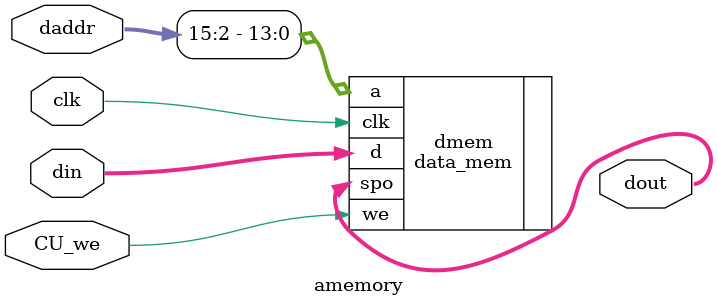
<source format=v>
`timescale 1ns / 1ps


module amemory(
    input clk,
    input wire [31:0] daddr,
    input wire CU_we,
    input wire [31:0] din,

    output wire [31:0] dout
    );

    data_mem dmem(
        .clk (clk),
        .a   (daddr[15:2]),
        .spo (dout),
        .we  (CU_we),
        .d   (din)
    );

endmodule

</source>
